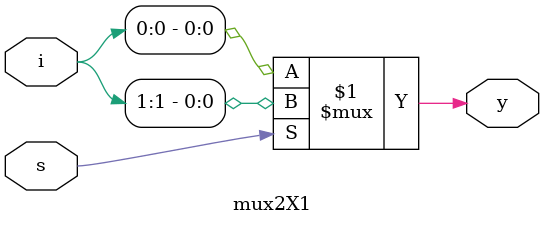
<source format=v>
module mux2X1(i,s,y);
input [1:0]i;
input s;
output y;

assign y = s?i[1]:i[0];

endmodule
</source>
